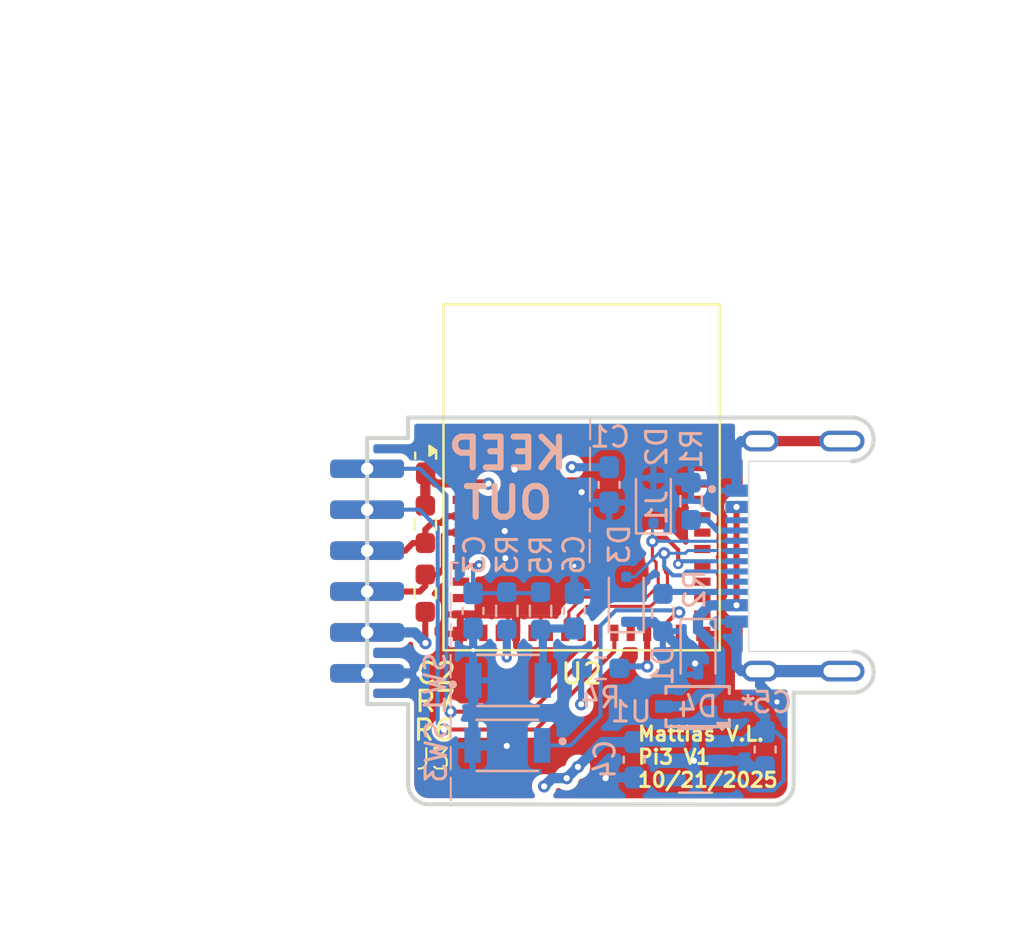
<source format=kicad_pcb>
(kicad_pcb (version 20241229) (generator "pcbnew") (generator_version "9.0")
  (layers (0 "F.Cu" signal) (4 "In1.Cu" signal) (6 "In2.Cu" signal) (2 "B.Cu" signal) (13 "F.Paste" user) (15 "B.Paste" user) (5 "F.SilkS" user "F.Silkscreen") (7 "B.SilkS" user "B.Silkscreen") (1 "F.Mask" user) (3 "B.Mask" user) (25 "Edge.Cuts" user))
  (net 0 "")
  (net 1 "USB_D+")
  (net 9 "Net-(U2-EN)")
  (net 11 "USB_D-")
  (net 12 "GND")
  (net 20 "Net-(U2-IO8)")
  (net 23 "Net-(D1-A1)")
  (net 24 "Net-(D4-K)")
  (net 26 "Net-(J1-CC1)")
  (net 27 "Net-(J1-CC2)")
  (net 28 "+3.3V")
  (net 29 "Net-(C6-Pad1)")
  (net 31 "I2C_SCL")
  (net 32 "I2C_SDA")
  (net 33 "Net-(U2-IO9)")
  (net 34 "PWM_WARM")
  (net 35 "PWM_COOL")
  (footprint "RF_Module:ESP32-C6-MINI-1" (layer "F.Cu") (at 154.3304 86.9)
    (property "Reference" "U2")
    (property "Value" "ESP32-C6-MINI-1")
  )
  (footprint "Resistor_SMD:R_0603_1608Metric_Pad0.98x0.95mm_HandSolder" (layer "F.Cu") (at 146.695094 86.5 90)
    (property "Reference" "R7")
    (property "Value" "4.7k")
  )
  (footprint "Library:EdgeConn" (layer "F.Cu") (at 145.35 97.28)
    (property "Reference" "J3")
    (property "Value" "Conn_01x06_Socket")
    (fp_line (start -1.5 -15) (end -1.5 -2) (stroke (width 0.2)) (layer "Edge.Cuts"))
    (fp_line (start -1.5 -15) (end 0.5 -15) (stroke (width 0.2)) (layer "Edge.Cuts"))
    (fp_line (start -1.5 -2) (end 0.5 -2) (stroke (width 0.2)) (layer "Edge.Cuts"))
  )
  (footprint "Resistor_SMD:R_0603_1608Metric_Pad0.98x0.95mm_HandSolder" (layer "F.Cu") (at 146.690188 89.860437 -90)
    (property "Reference" "R6")
    (property "Value" "4.7k")
  )
  (footprint "Capacitor_SMD:C_0603_1608Metric_Pad1.08x0.95mm_HandSolder" (layer "F.Cu") (at 146.7104 83.14 -90)
    (property "Reference" "C2")
    (property "Value" "0.1u")
  )
  (footprint "Resistor_SMD:R_0603_1608Metric_Pad0.98x0.95mm_HandSolder" (layer "B.Cu") (at 155.26 93.53)
    (property "Reference" "R4")
    (property "Value" "10k")
  )
  (footprint "Capacitor_SMD:C_0603_1608Metric_Pad1.08x0.95mm_HandSolder" (layer "B.Cu") (at 156.9 98 -90)
    (property "Reference" "C4")
    (property "Value" "1u")
  )
  (footprint "Pi3Footprints:SDO_SOD123_DIO-L" (layer "B.Cu") (at 160 95.4 180)
    (property "Reference" "D4")
    (property "Value" "1N5819")
  )
  (footprint "Resistor_SMD:R_0603_1608Metric_Pad0.98x0.95mm_HandSolder" (layer "B.Cu") (at 152.325 90.725 90)
    (property "Reference" "R5")
    (property "Value" "0")
  )
  (footprint "Capacitor_SMD:C_0603_1608Metric_Pad1.08x0.95mm_HandSolder" (layer "B.Cu") (at 149.025 90.725 -90)
    (property "Reference" "C3")
    (property "Value" "1u")
  )
  (footprint "Resistor_SMD:R_0603_1608Metric_Pad0.98x0.95mm_HandSolder" (layer "B.Cu") (at 158.3 90.8075 -90)
    (property "Reference" "R2")
    (property "Value" "5.1k")
  )
  (footprint "Capacitor_SMD:C_0603_1608Metric_Pad1.08x0.95mm_HandSolder" (layer "B.Cu") (at 155.675 84.57 -90)
    (property "Reference" "C1")
    (property "Value" "22u")
  )
  (footprint "Pi3_Footprints:GCT_USB4520-03-0-A_REVA" (layer "B.Cu") (at 167.0511 88.05 -90)
    (property "Reference" "J1")
    (property "Value" "USB4520-03-0-A_REVA")
  )
  (footprint "Diode_SMD:D_SOD-323F" (layer "B.Cu") (at 156.51 90.16 90)
    (property "Reference" "D3")
    (property "Value" "D_TVS")
  )
  (footprint "Capacitor_SMD:C_0603_1608Metric_Pad1.08x0.95mm_HandSolder" (layer "B.Cu") (at 163.3 97.5 -90)
    (property "Reference" "C5")
    (property "Value" "1u")
  )
  (footprint "Pi3Footprints:SW_B3U-1000P" (layer "B.Cu") (at 150.7 97.3 180)
    (property "Reference" "SW3")
    (property "Value" "SW_Push")
  )
  (footprint "Capacitor_SMD:C_0603_1608Metric_Pad1.08x0.95mm_HandSolder" (layer "B.Cu") (at 153.975 90.725 90)
    (property "Reference" "C6")
    (property "Value" "0.1u")
  )
  (footprint "Resistor_SMD:R_0603_1608Metric_Pad0.98x0.95mm_HandSolder" (layer "B.Cu") (at 159.68 85.37 90)
    (property "Reference" "R1")
    (property "Value" "5.1k")
  )
  (footprint "Diode_SMD:D_SOD-323F" (layer "B.Cu") (at 157.84 85.33 90)
    (property "Reference" "D2")
    (property "Value" "D_TVS")
  )
  (footprint "Package_TO_SOT_SMD:SOT-23-5" (layer "B.Cu") (at 159.9 98.05 180)
    (property "Reference" "U1")
    (property "Value" "TLV75733PDBVR")
  )
  (footprint "Pi3Footprints:SW_B3U-1000P" (layer "B.Cu") (at 150.7375 94.125)
    (property "Reference" "SW1")
    (property "Value" "SW_Push")
  )
  (footprint "Diode_SMD:D_SOD-323F" (layer "B.Cu") (at 160.02 92.7325 -90)
    (property "Reference" "D1")
    (property "Value" "D_TVS")
  )
  (footprint "Resistor_SMD:R_0603_1608Metric_Pad0.98x0.95mm_HandSolder" (layer "B.Cu") (at 150.675 90.725 90)
    (property "Reference" "R3")
    (property "Value" "10k")
  )
  (gr_line (start 154.75 81.25) (end 154.725 88.35) (stroke (width 0.1) (type dash)) (layer "B.SilkS"))
  (gr_line (start 148.287648 88.373667) (end 147.925 88.375) (stroke (width 0.1) (type dash)) (layer "B.SilkS"))
  (gr_line (start 147.925 88.375) (end 147.9375 100) (stroke (width 0.1) (type dash)) (layer "B.SilkS"))
  (gr_line (start 162.5 83.4136) (end 167.5384 83.4136) (stroke (width 0.05)) (layer "Edge.Cuts"))
  (gr_line (start 163.693295 100.192727) (end 146.85 100.174431) (stroke (width 0.2)) (layer "Edge.Cuts"))
  (gr_arc (start 167.6019 92.71) (mid 168.6052 93.7133) (end 167.6019 94.7166) (stroke (width 0.2)) (layer "Edge.Cuts"))
  (gr_line (start 167.6019 94.7166) (end 164.6936 94.7166) (stroke (width 0.2)) (layer "Edge.Cuts"))
  (gr_arc (start 146.85 100.174431) (mid 146.143296 99.881704) (end 145.850569 99.175) (stroke (width 0.2)) (layer "Edge.Cuts"))
  (gr_line (start 145.850569 99.175) (end 145.85 95.28) (stroke (width 0.2)) (layer "Edge.Cuts"))
  (gr_line (start 167.6019 92.71) (end 162.5 92.71) (stroke (width 0.05)) (layer "Edge.Cuts"))
  (gr_arc (start 167.5384 81.28) (mid 168.6052 82.3468) (end 167.5384 83.4136) (stroke (width 0.2)) (layer "Edge.Cuts"))
  (gr_line (start 164.692726 99.193296) (end 164.6936 94.7166) (stroke (width 0.2)) (layer "Edge.Cuts"))
  (gr_line (start 162.5 92.71) (end 162.5 83.4136) (stroke (width 0.05)) (layer "Edge.Cuts"))
  (gr_arc (start 164.692726 99.193296) (mid 164.399999 99.9) (end 163.693295 100.192727) (stroke (width 0.2)) (layer "Edge.Cuts"))
  (gr_line (start 145.85 82.28) (end 145.85 81.28) (stroke (width 0.2)) (layer "Edge.Cuts"))
  (gr_line (start 145.85 81.28) (end 167.5384 81.28) (stroke (width 0.2)) (layer "Edge.Cuts"))
  (gr_text "Mattias V.L.\nPi3 V1\n10/21/2025\n" (at 157 99.4 0) (layer "F.SilkS") (effects (font (size 0.7 0.7) (thickness 0.15) (bold yes)) (justify left bottom)))
  (gr_text "KEEP\nOUT" (at 150.725 86.325 0) (layer "B.SilkS") (effects (font (size 1.5 1.5) (thickness 0.3) (bold yes)) (justify bottom mirror)))
  (segment (start 158.525001 89.683197) (end 157.703198 90.505) (width 0.15) (layer "F.Cu") (net 1))
  (segment (start 157.703198 90.505) (end 154.593198 90.505) (width 0.15) (layer "F.Cu") (net 1))
  (segment (start 154.3304 91.199999) (end 154.3304 91.8) (width 0.15) (layer "F.Cu") (net 1))
  (segment (start 158.525001 88.929998) (end 158.525001 89.683197) (width 0.15) (layer "F.Cu") (net 1))
  (segment (start 154.593198 90.505) (end 154.1554 90.942798) (width 0.15) (layer "F.Cu") (net 1))
  (segment (start 158.365 87.911213) (end 158.365 88.683921) (width 0.15) (layer "F.Cu") (net 1))
  (segment (start 154.1554 91.024999) (end 154.3304 91.199999) (width 0.15) (layer "F.Cu") (net 1))
  (segment (start 158.425999 88.830996) (end 158.525001 88.929998) (width 0.15) (layer "F.Cu") (net 1))
  (segment (start 158.425999 88.744921) (end 158.425999 88.830996) (width 0.15) (layer "F.Cu") (net 1))
  (segment (start 158.365 88.683921) (end 158.425999 88.744921) (width 0.15) (layer "F.Cu") (net 1))
  (segment (start 154.1554 90.942798) (end 154.1554 91.024999) (width 0.15) (layer "F.Cu") (net 1))
  (via (at 158.365 87.911213) (size 0.6) (drill 0.3) (layers "F.Cu" "B.Cu") (net 1))
  (segment (start 158.365 87.911213) (end 158.088787 87.911213) (width 0.15) (layer "B.Cu") (net 1))
  (segment (start 158.787213 88.987213) (end 158.365 88.565) (width 0.2) (layer "B.Cu") (net 1))
  (segment (start 159.390896 87.911213) (end 159.527109 87.775) (width 0.15) (layer "B.Cu") (net 1))
  (segment (start 161.8761 87.775) (end 161.9011 87.8) (width 0.15) (layer "B.Cu") (net 1))
  (segment (start 156.94 89.06) (end 156.51 89.06) (width 0.15) (layer "B.Cu") (net 1))
  (segment (start 161.9011 88.8) (end 159.465445 88.8) (width 0.2) (layer "B.Cu") (net 1))
  (segment (start 158.365 87.911213) (end 159.390896 87.911213) (width 0.15) (layer "B.Cu") (net 1))
  (segment (start 159.527109 87.775) (end 161.8761 87.775) (width 0.15) (layer "B.Cu") (net 1))
  (segment (start 159.278232 88.987213) (end 158.787213 88.987213) (width 0.2) (layer "B.Cu") (net 1))
  (segment (start 158.365 88.565) (end 158.365 87.911213) (width 0.2) (layer "B.Cu") (net 1))
  (segment (start 158.088787 87.911213) (end 156.94 89.06) (width 0.15) (layer "B.Cu") (net 1))
  (segment (start 159.465445 88.8) (end 159.278232 88.987213) (width 0.2) (layer "B.Cu") (net 1))
  (segment (start 148.4304 88.5) (end 149.325 88.5) (width 0.2) (layer "F.Cu") (net 9))
  (via (at 149.325 88.5) (size 0.5) (drill 0.2) (layers "F.Cu" "B.Cu") (net 9))
  (segment (start 149.025 89.8625) (end 152.275 89.8625) (width 0.2) (layer "B.Cu") (net 9))
  (segment (start 152.3 89.8625) (end 152.35 89.8125) (width 0.2) (layer "B.Cu") (net 9))
  (segment (start 152.275 89.8625) (end 152.325 89.8125) (width 0.2) (layer "B.Cu") (net 9))
  (segment (start 149.025 88.775) (end 149.025 89.8625) (width 0.2) (layer "B.Cu") (net 9))
  (segment (start 149.3 88.5) (end 149.025 88.775) (width 0.2) (layer "B.Cu") (net 9))
  (segment (start 149.325 88.5) (end 149.3 88.5) (width 0.2) (layer "B.Cu") (net 9))
  (segment (start 159.05 87.74627) (end 158.45373 87.15) (width 0.2) (layer "F.Cu") (net 11))
  (segment (start 158.074999 89.496803) (end 157.516802 90.055) (width 0.15) (layer "F.Cu") (net 11))
  (segment (start 157.516802 90.055) (end 154.406802 90.055) (width 0.15) (layer "F.Cu") (net 11))
  (segment (start 154.406802 90.055) (end 153.7054 90.756402) (width 0.15) (layer "F.Cu") (net 11))
  (segment (start 153.7054 90.756402) (end 153.7054 91.024999) (width 0.15) (layer "F.Cu") (net 11))
  (segment (start 157.965 87.15) (end 157.79 87.325) (width 0.2) (layer "F.Cu") (net 11))
  (segment (start 153.7054 91.024999) (end 153.5304 91.199999) (width 0.15) (layer "F.Cu") (net 11))
  (segment (start 157.975335 88.365335) (end 157.975335 88.790645) (width 0.15) (layer "F.Cu") (net 11))
  (segment (start 157.79 87.325) (end 157.79 88.18) (width 0.15) (layer "F.Cu") (net 11))
  (segment (start 158.074999 88.890309) (end 158.074999 89.496803) (width 0.15) (layer "F.Cu") (net 11))
  (segment (start 158.45373 87.15) (end 157.965 87.15) (width 0.2) (layer "F.Cu") (net 11))
  (segment (start 153.5304 91.199999) (end 153.5304 91.8) (width 0.15) (layer "F.Cu") (net 11))
  (segment (start 157.79 88.18) (end 157.975335 88.365335) (width 0.15) (layer "F.Cu") (net 11))
  (segment (start 159.05 88.436213) (end 159.05 87.74627) (width 0.2) (layer "F.Cu") (net 11))
  (segment (start 157.975335 88.790645) (end 158.074999 88.890309) (width 0.15) (layer "F.Cu") (net 11))
  (via (at 157.79 87.325) (size 0.6) (drill 0.3) (layers "F.Cu" "B.Cu") (net 11))
  (via (at 159.05 88.436213) (size 0.5) (drill 0.25) (layers "F.Cu" "B.Cu") (net 11))
  (segment (start 157.79 87.325) (end 161.8761 87.325) (width 0.15) (layer "B.Cu") (net 11))
  (segment (start 159.186213 88.3) (end 159.05 88.436213) (width 0.2) (layer "B.Cu") (net 11))
  (segment (start 161.8761 87.325) (end 161.9011 87.3) (width 0.15) (layer "B.Cu") (net 11))
  (segment (start 161.9011 88.3) (end 159.186213 88.3) (width 0.2) (layer "B.Cu") (net 11))
  (segment (start 157.79 86.48) (end 157.84 86.43) (width 0.2) (layer "B.Cu") (net 11))
  (segment (start 157.79 87.325) (end 157.79 86.48) (width 0.15) (layer "B.Cu") (net 11))
  (segment (start 159.1304 82) (end 158.3304 82) (width 0.3) (layer "F.Cu") (net 12))
  (segment (start 146.7104 82.2775) (end 147.2369 82.2775) (width 0.5) (layer "F.Cu") (net 12))
  (segment (start 160.2804 92.89036) (end 159.87538 93.29538) (width 0.5) (layer "F.Cu") (net 12))
  (segment (start 156.7304 82) (end 155.9304 82) (width 0.3) (layer "F.Cu") (net 12))
  (segment (start 153.5304 82) (end 152.7304 82) (width 0.3) (layer "F.Cu") (net 12))
  (segment (start 155.1304 82) (end 154.3304 82) (width 0.3) (layer "F.Cu") (net 12))
  (segment (start 151.1304 91.8) (end 151.1304 89.8554) (width 0.4) (layer "F.Cu") (net 12))
  (segment (start 159.1804 81.95) (end 159.1304 82) (width 0.3) (layer "F.Cu") (net 12))
  (segment (start 152.7304 82) (end 151.9304 82) (width 0.3) (layer "F.Cu") (net 12))
  (segment (start 148.4304 90.9) (end 149.2304 90.9) (width 0.4) (layer "F.Cu") (net 12))
  (segment (start 150.6 89.5304) (end 150.6 88.15) (width 0.4) (layer "F.Cu") (net 12))
  (segment (start 167.0511 82.43) (end 163.0511 82.43) (width 0.5) (layer "F.Cu") (net 12))
  (segment (start 149.2304 90.9) (end 150.6 89.5304) (width 0.4) (layer "F.Cu") (net 12))
  (segment (start 148.4304 82) (end 148.3804 81.95) (width 0.3) (layer "F.Cu") (net 12))
  (segment (start 151.1304 82) (end 150.3304 82) (width 0.3) (layer "F.Cu") (net 12))
  (segment (start 147.2369 82.2775) (end 147.5644 81.95) (width 0.5) (layer "F.Cu") (net 12))
  (segment (start 150.3304 82) (end 149.5304 82) (width 0.3) (layer "F.Cu") (net 12))
  (segment (start 151.1304 89.8554) (end 150.6 89.325) (width 0.4) (layer "F.Cu") (net 12))
  (segment (start 160.2804 91.85) (end 160.2804 92.89036) (width 0.5) (layer "F.Cu") (net 12))
  (segment (start 154.3304 82) (end 153.5304 82) (width 0.3) (layer "F.Cu") (net 12))
  (segment (start 150.6 89.325) (end 150.6 88.15) (width 0.4) (layer "F.Cu") (net 12))
  (segment (start 157.5304 82) (end 156.7304 82) (width 0.3) (layer "F.Cu") (net 12))
  (segment (start 155.9304 82) (end 155.1304 82) (width 0.3) (layer "F.Cu") (net 12))
  (segment (start 158.3304 82) (end 157.5304 82) (width 0.3) (layer "F.Cu") (net 12))
  (segment (start 147.5644 81.95) (end 148.3804 81.95) (width 0.5) (layer "F.Cu") (net 12))
  (segment (start 149.5304 82) (end 148.4304 82) (width 0.3) (layer "F.Cu") (net 12))
  (segment (start 160.2804 81.95) (end 159.1804 81.95) (width 0.3) (layer "F.Cu") (net 12))
  (segment (start 151.9304 82) (end 151.1304 82) (width 0.3) (layer "F.Cu") (net 12))
  (via (at 150.575 86.825) (size 0.6) (drill 0.3) (layers "F.Cu" "B.Cu") (net 12))
  (via (at 150.6 88.15) (size 0.6) (drill 0.3) (layers "F.Cu" "B.Cu") (net 12))
  (via (at 159.825 98.05) (size 0.6) (drill 0.3) (layers "F.Cu" "B.Cu") (net 12))
  (via (at 151.05 83.825) (size 0.6) (drill 0.3) (layers "F.Cu" "B.Cu") (net 12))
  (via (at 149.031747 92.641263) (size 0.5) (drill 0.2) (layers "F.Cu" "B.Cu") (net 12))
  (via (at 163.875 95.175) (size 0.5) (drill 0.25) (layers "F.Cu" "B.Cu") (net 12))
  (via (at 155.5 98.9) (size 0.6) (drill 0.3) (layers "F.Cu" "B.Cu") (net 12))
  (via (at 159.87538 93.29538) (size 0.6) (drill 0.3) (layers "F.Cu" "B.Cu") (net 12))
  (via (at 150.675 97.325) (size 0.6) (drill 0.3) (layers "F.Cu" "B.Cu") (net 12))
  (via (at 154.3304 84.925) (size 0.6) (drill 0.3) (layers "F.Cu" "B.Cu") (net 12))
  (via (at 146.4 93.8) (size 0.6) (drill 0.3) (layers "F.Cu" "B.Cu") (net 12))
  (via (at 153.975 88.525) (size 0.5) (drill 0.2) (layers "F.Cu" "B.Cu") (net 12))
  (segment (start 149.031747 92.641263) (end 149.031747 91.594247) (width 0.4) (layer "B.Cu") (net 12))
  (segment (start 163.3 98.3625) (end 162.6625 98.3625) (width 0.5) (layer "B.Cu") (net 12))
  (segment (start 160.02 93.44) (end 160.02 93.8325) (width 0.5) (layer "B.Cu") (net 12))
  (segment (start 157.84 91.26) (end 158.3 91.72) (width 0.5) (layer "B.Cu") (net 12))
  (segment (start 154.5025 85.4325) (end 154.33 85.26) (width 0.4) (layer "B.Cu") (net 12))
  (segment (start 161.9011 82.665007) (end 162.136107 82.43) (width 0.5) (layer "B.Cu") (net 12))
  (segment (start 159.87538 93.29538) (end 160.02 93.44) (width 0.5) (layer "B.Cu") (net 12))
  (segment (start 161.9011 91.25) (end 161.9011 93.434993) (width 0.5) (layer "B.Cu") (net 12))
  (segment (start 163.0511 93.67) (end 167.0511 93.67) (width 0.6) (layer "B.Cu") (net 12))
  (segment (start 155.5375 98.8625) (end 155.5 98.9) (width 0.5) (layer "B.Cu") (net 12))
  (segment (start 156.51 91.26) (end 157.84 91.26) (width 0.5) (layer "B.Cu") (net 12))
  (segment (start 159.4525 84.23) (end 159.68 84.4575) (width 0.5) (layer "B.Cu") (net 12))
  (segment (start 149.031747 91.594247) (end 149.025 91.5875) (width 0.4) (layer "B.Cu") (net 12))
  (segment (start 162.136107 82.43) (end 163.0511 82.43) (width 0.5) (layer "B.Cu") (net 12))
  (segment (start 162.136107 93.67) (end 163.0511 93.67) (width 0.5) (layer "B.Cu") (net 12))
  (segment (start 143.85 93.78) (end 146.38 93.78) (width 0.5) (layer "B.Cu") (net 12))
  (segment (start 154.33 85.26) (end 154.33 84.9254) (width 0.4) (layer "B.Cu") (net 12))
  (segment (start 153.975 89.8625) (end 153.975 88.525) (width 0.4) (layer "B.Cu") (net 12))
  (segment (start 149.025 92.64801) (end 149.031747 92.641263) (width 0.4) (layer "B.Cu") (net 12))
  (segment (start 162.62 93.67) (end 163.0511 93.67) (width 0.6) (layer "B.Cu") (net 12))
  (segment (start 149.0375 97.2625) (end 149 97.3) (width 0.5) (layer "B.Cu") (net 12))
  (segment (start 149.0375 94.125) (end 149.0375 97.2625) (width 0.5) (layer "B.Cu") (net 12))
  (segment (start 161.0375 98.05) (end 159.825 98.05) (width 0.5) (layer "B.Cu") (net 12))
  (segment (start 149.025 94.0125) (end 149.025 92.64801) (width 0.4) (layer "B.Cu") (net 12))
  (segment (start 162.35 98.05) (end 161.0375 98.05) (width 0.5) (layer "B.Cu") (net 12))
  (segment (start 156.9 98.8625) (end 155.5375 98.8625) (width 0.5) (layer "B.Cu") (net 12))
  (segment (start 150.65 97.3) (end 150.675 97.325) (width 0.5) (layer "B.Cu") (net 12))
  (segment (start 149 97.3) (end 150.65 97.3) (width 0.5) (layer "B.Cu") (net 12))
  (segment (start 155.675 85.4325) (end 154.5025 85.4325) (width 0.4) (layer "B.Cu") (net 12))
  (segment (start 157.84 84.23) (end 159.4525 84.23) (width 0.5) (layer "B.Cu") (net 12))
  (segment (start 162.6625 98.3625) (end 162.35 98.05) (width 0.5) (layer "B.Cu") (net 12))
  (segment (start 163.0511 94.3511) (end 163.875 95.175) (width 0.5) (layer "B.Cu") (net 12))
  (segment (start 159.87538 93.29538) (end 158.3 91.72) (width 0.5) (layer "B.Cu") (net 12))
  (segment (start 146.38 93.78) (end 146.4 93.8) (width 0.5) (layer "B.Cu") (net 12))
  (segment (start 154.33 84.9254) (end 154.3304 84.925) (width 0.4) (layer "B.Cu") (net 12))
  (segment (start 163.0511 93.67) (end 163.0511 94.3511) (width 0.5) (layer "B.Cu") (net 12))
  (segment (start 161.9011 93.434993) (end 162.136107 93.67) (width 0.5) (layer "B.Cu") (net 12))
  (segment (start 161.9011 84.85) (end 161.9011 82.665007) (width 0.5) (layer "B.Cu") (net 12))
  (segment (start 157.5304 93.4304) (end 157.54 93.44) (width 0.3) (layer "F.Cu") (net 20))
  (segment (start 157.5304 91.8) (end 157.5304 93.4304) (width 0.3) (layer "F.Cu") (net 20))
  (via (at 157.54 93.44) (size 0.6) (drill 0.3) (layers "F.Cu" "B.Cu") (net 20))
  (segment (start 156.2625 93.44) (end 156.1725 93.53) (width 0.3) (layer "B.Cu") (net 20))
  (segment (start 157.54 93.44) (end 156.2625 93.44) (width 0.3) (layer "B.Cu") (net 20))
  (segment (start 161.9 85.65) (end 161.9 90.45) (width 0.3) (layer "F.Cu") (net 23))
  (via (at 161.9 90.45) (size 0.6) (drill 0.3) (layers "F.Cu" "B.Cu") (net 23))
  (via (at 161.9 85.65) (size 0.6) (drill 0.3) (layers "F.Cu" "B.Cu") (net 23))
  (segment (start 160.59 90.45) (end 161.9011 90.45) (width 0.5) (layer "B.Cu") (net 23))
  (segment (start 161.1 94.4) (end 160.7 94.8) (width 0.5) (layer "B.Cu") (net 23))
  (segment (start 160.1 94.8) (end 159.5 95.4) (width 0.5) (layer "B.Cu") (net 23))
  (segment (start 159.5 95.4) (end 158.3236 95.4) (width 0.5) (layer "B.Cu") (net 23))
  (segment (start 161.9011 85.65) (end 161.9 85.65) (width 0.3) (layer "B.Cu") (net 23))
  (segment (start 160.02 91.6325) (end 161.1 92.7125) (width 0.5) (layer "B.Cu") (net 23))
  (segment (start 160.7 94.8) (end 160.1 94.8) (width 0.5) (layer "B.Cu") (net 23))
  (segment (start 160.02 91.02) (end 160.59 90.45) (width 0.5) (layer "B.Cu") (net 23))
  (segment (start 161.1 92.7125) (end 161.1 94.4) (width 0.5) (layer "B.Cu") (net 23))
  (segment (start 160.02 91.6325) (end 160.02 91.02) (width 0.5) (layer "B.Cu") (net 23))
  (segment (start 162.6 99.5) (end 163.7 99.5) (width 0.2) (layer "B.Cu") (net 24))
  (segment (start 163.7 99.5) (end 164.2 99) (width 0.2) (layer "B.Cu") (net 24))
  (segment (start 161.0375 99) (end 162.1 99) (width 0.2) (layer "B.Cu") (net 24))
  (segment (start 162.7625 96.6375) (end 162.3 97.1) (width 0.5) (layer "B.Cu") (net 24))
  (segment (start 162.1 99) (end 162.6 99.5) (width 0.2) (layer "B.Cu") (net 24))
  (segment (start 163.8375 96.6375) (end 163.3 96.6375) (width 0.2) (layer "B.Cu") (net 24))
  (segment (start 164.2 97) (end 163.8375 96.6375) (width 0.2) (layer "B.Cu") (net 24))
  (segment (start 164.2 99) (end 164.2 97) (width 0.2) (layer "B.Cu") (net 24))
  (segment (start 163.3 95.9) (end 163.3 96.6375) (width 0.5) (layer "B.Cu") (net 24))
  (segment (start 162.3 97.1) (end 161.0375 97.1) (width 0.5) (layer "B.Cu") (net 24))
  (segment (start 162.8 95.4) (end 163.3 95.9) (width 0.5) (layer "B.Cu") (net 24))
  (segment (start 163.3 96.6375) (end 162.7625 96.6375) (width 0.5) (layer "B.Cu") (net 24))
  (segment (start 161.6764 95.4) (end 162.8 95.4) (width 0.5) (layer "B.Cu") (net 24))
  (segment (start 161.9011 86.8) (end 160.98 86.8) (width 0.3) (layer "B.Cu") (net 26))
  (segment (start 160.98 86.8) (end 160.47 86.29) (width 0.3) (layer "B.Cu") (net 26))
  (segment (start 160.47 86.29) (end 159.6875 86.29) (width 0.3) (layer "B.Cu") (net 26))
  (segment (start 159.6875 86.29) (end 159.68 86.2825) (width 0.3) (layer "B.Cu") (net 26))
  (segment (start 158.395 89.8) (end 158.3 89.895) (width 0.3) (layer "B.Cu") (net 27))
  (segment (start 161.9011 89.8) (end 158.395 89.8) (width 0.3) (layer "B.Cu") (net 27))
  (segment (start 146.695094 84.017806) (end 146.7104 84.0025) (width 0.5) (layer "F.Cu") (net 28))
  (segment (start 146.690188 92.290188) (end 146.7 92.3) (width 0.3) (layer "F.Cu") (net 28))
  (segment (start 148.4304 84.5) (end 147.2079 84.5) (width 0.4) (layer "F.Cu") (net 28))
  (segment (start 146.695094 85.5875) (end 146.695094 84.017806) (width 0.5) (layer "F.Cu") (net 28))
  (segment (start 148.4304 84.5) (end 149.77 84.5) (width 0.4) (layer "F.Cu") (net 28))
  (segment (start 147.2079 84.5) (end 146.7104 84.0025) (width 0.4) (layer "F.Cu") (net 28))
  (segment (start 146.690188 90.772937) (end 146.690188 92.290188) (width 0.3) (layer "F.Cu") (net 28))
  (segment (start 149.77 84.5) (end 149.78 84.51) (width 0.4) (layer "F.Cu") (net 28))
  (via (at 152.5 99.3) (size 0.6) (drill 0.3) (layers "F.Cu" "B.Cu") (net 28))
  (via (at 149.78 84.51) (size 0.6) (drill 0.3) (layers "F.Cu" "B.Cu") (net 28))
  (via (at 154.15 98.35) (size 0.6) (drill 0.3) (layers "F.Cu" "B.Cu") (net 28))
  (via (at 150.675 93) (size 0.5) (drill 0.2) (layers "F.Cu" "B.Cu") (net 28))
  (via (at 153.85 83.699998) (size 0.6) (drill 0.3) (layers "F.Cu" "B.Cu") (net 28))
  (via (at 146.7 92.3) (size 0.6) (drill 0.3) (layers "F.Cu" "B.Cu") (net 28))
  (via (at 153.6 98.9) (size 0.6) (drill 0.3) (layers "F.Cu" "B.Cu") (net 28))
  (via (at 154.31 95.29) (size 0.6) (drill 0.3) (layers "F.Cu" "B.Cu") (net 28))
  (segment (start 155.3625 97.1375) (end 156.9 97.1375) (width 0.5) (layer "B.Cu") (net 28))
  (segment (start 154.31 94.765) (end 154.3075 94.7625) (width 0.3) (layer "B.Cu") (net 28))
  (segment (start 152.9 98.9) (end 152.5 99.3) (width 0.5) (layer "B.Cu") (net 28))
  (segment (start 154.3075 94.7625) (end 154.3075 93.57) (width 0.3) (layer "B.Cu") (net 28))
  (segment (start 158.7625 97.1) (end 156.9375 97.1) (width 0.5) (layer "B.Cu") (net 28))
  (segment (start 154.31 95.29) (end 154.31 94.765) (width 0.3) (layer "B.Cu") (net 28))
  (segment (start 154.15 98.35) (end 155.3625 97.1375) (width 0.5) (layer "B.Cu") (net 28))
  (segment (start 153.6 98.9) (end 154.15 98.35) (width 0.5) (layer "B.Cu") (net 28))
  (segment (start 150.675 91.6375) (end 150.675 93) (width 0.4) (layer "B.Cu") (net 28))
  (segment (start 156.9375 97.1) (end 156.9 97.1375) (width 0.5) (layer "B.Cu") (net 28))
  (segment (start 153.857502 83.7075) (end 153.85 83.699998) (width 0.4) (layer "B.Cu") (net 28))
  (segment (start 146.18 91.78) (end 146.7 92.3) (width 0.5) (layer "B.Cu") (net 28))
  (segment (start 154.3075 93.57) (end 154.3475 93.53) (width 0.3) (layer "B.Cu") (net 28))
  (segment (start 155.675 83.7075) (end 153.857502 83.7075) (width 0.4) (layer "B.Cu") (net 28))
  (segment (start 153.6 98.9) (end 152.9 98.9) (width 0.5) (layer "B.Cu") (net 28))
  (segment (start 143.85 91.78) (end 146.18 91.78) (width 0.5) (layer "B.Cu") (net 28))
  (segment (start 152.375 91.5875) (end 152.325 91.6375) (width 0.4) (layer "B.Cu") (net 29))
  (segment (start 152.4375 94.125) (end 152.4375 91.75) (width 0.4) (layer "B.Cu") (net 29))
  (segment (start 153.975 91.5875) (end 152.375 91.5875) (width 0.4) (layer "B.Cu") (net 29))
  (segment (start 152.4375 91.75) (end 152.325 91.6375) (width 0.4) (layer "B.Cu") (net 29))
  (segment (start 147.7304 86.9) (end 147.6 87.0304) (width 0.3) (layer "F.Cu") (net 31))
  (segment (start 148.4304 86.9) (end 147.7304 86.9) (width 0.3) (layer "F.Cu") (net 31))
  (segment (start 147.6 87.0304) (end 147.6 88.65) (width 0.3) (layer "F.Cu") (net 31))
  (segment (start 146.690188 89.509812) (end 146.690188 88.947937) (width 0.3) (layer "F.Cu") (net 31))
  (segment (start 143.85 89.78) (end 146.42 89.78) (width 0.3) (layer "F.Cu") (net 31))
  (segment (start 147.6 88.65) (end 147.302063 88.947937) (width 0.3) (layer "F.Cu") (net 31))
  (segment (start 146.42 89.78) (end 146.690188 89.509812) (width 0.3) (layer "F.Cu") (net 31))
  (segment (start 147.302063 88.947937) (end 146.690188 88.947937) (width 0.3) (layer "F.Cu") (net 31))
  (segment (start 148.4304 86.1) (end 147.775 86.1) (width 0.3) (layer "F.Cu") (net 32))
  (segment (start 143.85 87.78) (end 145.72 87.78) (width 0.3) (layer "F.Cu") (net 32))
  (segment (start 146.695094 86.754906) (end 146.695094 87.4125) (width 0.3) (layer "F.Cu") (net 32))
  (segment (start 147.45 86.425) (end 147.18394 86.425) (width 0.3) (layer "F.Cu") (net 32))
  (segment (start 147.18394 86.425) (end 147.18294 86.426) (width 0.3) (layer "F.Cu") (net 32))
  (segment (start 147.024 86.426) (end 146.695094 86.754906) (width 0.3) (layer "F.Cu") (net 32))
  (segment (start 147.18294 86.426) (end 147.024 86.426) (width 0.3) (layer "F.Cu") (net 32))
  (segment (start 146.0875 87.4125) (end 146.695094 87.4125) (width 0.3) (layer "F.Cu") (net 32))
  (segment (start 145.72 87.78) (end 146.0875 87.4125) (width 0.3) (layer "F.Cu") (net 32))
  (segment (start 147.775 86.1) (end 147.45 86.425) (width 0.3) (layer "F.Cu") (net 32))
  (segment (start 159.1 90.8) (end 159 90.8) (width 0.2) (layer "F.Cu") (net 33))
  (segment (start 159 90.8) (end 158.3304 91.4696) (width 0.2) (layer "F.Cu") (net 33))
  (segment (start 158.3304 91.4696) (end 158.3304 91.8) (width 0.2) (layer "F.Cu") (net 33))
  (via (at 159.1 90.8) (size 0.6) (drill 0.3) (layers "F.Cu" "B.Cu") (net 33))
  (segment (start 153.8 97.3) (end 152.4 97.3) (width 0.2) (layer "B.Cu") (net 33))
  (segment (start 156 90.7) (end 155.254086 91.445914) (width 0.2) (layer "B.Cu") (net 33))
  (segment (start 159 90.7) (end 156 90.7) (width 0.2) (layer "B.Cu") (net 33))
  (segment (start 155.254086 91.445914) (end 155.254086 95.845914) (width 0.2) (layer "B.Cu") (net 33))
  (segment (start 159.1 90.8) (end 159 90.7) (width 0.2) (layer "B.Cu") (net 33))
  (segment (start 155.254086 95.845914) (end 153.8 97.3) (width 0.2) (layer "B.Cu") (net 33))
  (segment (start 151.85 95.65) (end 155.1304 92.3696) (width 0.2) (layer "F.Cu") (net 34))
  (segment (start 147.925 95.65) (end 151.85 95.65) (width 0.2) (layer "F.Cu") (net 34))
  (segment (start 155.1304 92.3696) (end 155.1304 91.8) (width 0.2) (layer "F.Cu") (net 34))
  (via (at 147.925 95.65) (size 0.6) (drill 0.3) (layers "F.Cu" "B.Cu") (net 34))
  (segment (start 143.85 83.78) (end 146.43 83.78) (width 0.2) (layer "B.Cu") (net 34))
  (segment (start 147.725 85.075) (end 147.725 95.45) (width 0.2) (layer "B.Cu") (net 34))
  (segment (start 147.725 95.45) (end 147.925 95.65) (width 0.2) (layer "B.Cu") (net 34))
  (segment (start 146.43 83.78) (end 147.725 85.075) (width 0.2) (layer "B.Cu") (net 34))
  (segment (start 147.6 96.525) (end 152.1 96.525) (width 0.2) (layer "F.Cu") (net 35))
  (segment (start 155.9304 92.6946) (end 155.9304 91.8) (width 0.2) (layer "F.Cu") (net 35))
  (segment (start 152.1 96.525) (end 155.9304 92.6946) (width 0.2) (layer "F.Cu") (net 35))
  (via (at 147.6 96.525) (size 0.6) (drill 0.3) (layers "F.Cu" "B.Cu") (net 35))
  (segment (start 147.3 86.675) (end 146.405 85.78) (width 0.2) (layer "B.Cu") (net 35))
  (segment (start 147.3 94.475) (end 147.3 96.225) (width 0.2) (layer "B.Cu") (net 35))
  (segment (start 146.405 85.78) (end 143.85 85.78) (width 0.2) (layer "B.Cu") (net 35))
  (segment (start 147.3 96.225) (end 147.6 96.525) (width 0.2) (layer "B.Cu") (net 35))
  (segment (start 147.3 94.475) (end 147.3 86.675) (width 0.2) (layer "B.Cu") (net 35))
  (zone (net 12) (net_name "GND") (layer "F.Cu") (priority 1) (connect_pads (clearance 0.3)) (min_thickness 0.25) (fill yes (thermal_gap 0.3) (thermal_bridge_width 0.3))
    (polygon (pts (xy 147.574 81.28) (xy 147.574 84.074) (xy 149.098 84.074) (xy 149.098 90.932) (xy 159.258 90.932) (xy 159.258 82.55) (xy 160.782 82.55) (xy 160.782 81.28)))
  )
  (zone (net 12) (net_name "GND") (layers "F.Cu" "B.Cu" "In1.Cu") (connect_pads (clearance 0.3)) (min_thickness 0.25) (fill yes (thermal_gap 0.3) (thermal_bridge_width 0.3))
    (polygon (pts (xy 141.965 80.88) (xy 165.36 80.88) (xy 165.36 101.2) (xy 141.965 101.2)))
  )
  (zone (net 0) (net_name "") (layers "F.Cu" "B.Cu" "In1.Cu" "In2.Cu") (connect_pads (clearance 0)) (min_thickness 0.25)
    (keepout (tracks allowed) (vias allowed) (pads allowed) (copperpour not_allowed) (footprints allowed))
    (fill (thermal_gap 0.3) (thermal_bridge_width 0.3))
    (polygon (pts (xy 161.825 81.5) (xy 168.6 81.5) (xy 168.6 83.275) (xy 161.85 83.275) (xy 161.825 83.25)))
  )
  (zone (net 0) (net_name "") (layers "F.Cu" "B.Cu" "In1.Cu" "In2.Cu") (connect_pads (clearance 0)) (min_thickness 0.25)
    (keepout (tracks allowed) (vias allowed) (pads allowed) (copperpour not_allowed) (footprints allowed))
    (fill (thermal_gap 0.3) (thermal_bridge_width 0.3))
    (polygon (pts (xy 161.825 92.8) (xy 168.775 92.8) (xy 168.775 94.575) (xy 161.825 94.575)))
  )
  (zone (net 0) (net_name "") (layer "B.Cu") (connect_pads (clearance 0)) (min_thickness 0.25)
    (keepout (tracks allowed) (vias allowed) (pads allowed) (copperpour not_allowed) (footprints allowed))
    (fill (thermal_gap 0.5) (thermal_bridge_width 0.5))
    (polygon (pts (xy 156.275 90.975) (xy 156.875 90.975) (xy 156.925 91.025) (xy 156.925 91.675) (xy 156.95 91.7) (xy 157.375 91.7) (xy 157.825 92.15) (xy 157.825 93.025) (xy 156.675 93.025) (xy 156.45 92.8) (xy 155.6 92.8) (xy 155.575 92.825) (xy 155.575 91.675)))
  )
)
</source>
